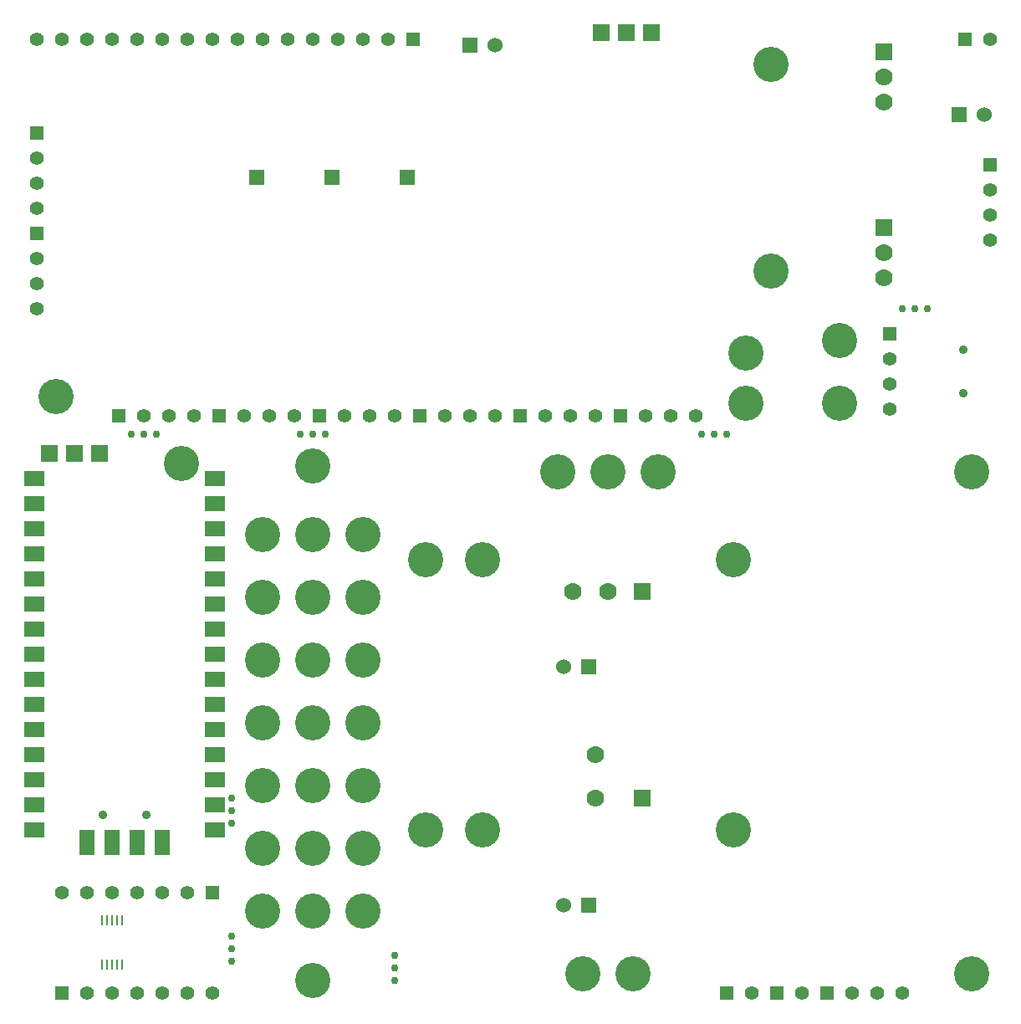
<source format=gbs>
G04 (created by PCBNEW (22-Jun-2014 BZR 4027)-stable) date Fri 03 Apr 2015 12:50:18 PM MDT*
%MOIN*%
G04 Gerber Fmt 3.4, Leading zero omitted, Abs format*
%FSLAX34Y34*%
G01*
G70*
G90*
G04 APERTURE LIST*
%ADD10C,0.00590551*%
%ADD11C,0.07*%
%ADD12R,0.07X0.07*%
%ADD13R,0.055X0.055*%
%ADD14C,0.055*%
%ADD15C,0.14*%
%ADD16R,0.0590551X0.0590551*%
%ADD17C,0.03*%
%ADD18C,0.0354*%
%ADD19R,0.06X0.06*%
%ADD20C,0.06*%
%ADD21R,0.06X0.1*%
%ADD22R,0.08X0.06*%
%ADD23R,0.0106X0.0394*%
G04 APERTURE END LIST*
G54D10*
G54D11*
X80750Y-47750D03*
X80750Y-46000D03*
G54D12*
X82627Y-47750D03*
G54D13*
X88000Y-55500D03*
G54D14*
X89000Y-55500D03*
G54D13*
X86000Y-55500D03*
G54D14*
X87000Y-55500D03*
G54D13*
X90000Y-55500D03*
G54D14*
X91000Y-55500D03*
X92000Y-55500D03*
X93000Y-55500D03*
G54D11*
X79872Y-39500D03*
X81250Y-39500D03*
G54D12*
X82627Y-39500D03*
G54D15*
X80250Y-54750D03*
X82250Y-54750D03*
X79250Y-34750D03*
X81250Y-34750D03*
X83250Y-34750D03*
G54D13*
X58500Y-21250D03*
G54D14*
X58500Y-22250D03*
X58500Y-23250D03*
X58500Y-24250D03*
G54D13*
X58500Y-25250D03*
G54D14*
X58500Y-26250D03*
X58500Y-27250D03*
X58500Y-28250D03*
G54D15*
X86750Y-32000D03*
X86750Y-30000D03*
X67500Y-52250D03*
X69500Y-52250D03*
X71500Y-52250D03*
X67500Y-49750D03*
X69500Y-49750D03*
X71500Y-49750D03*
X67500Y-47250D03*
X69500Y-47250D03*
X71500Y-47250D03*
X67500Y-44750D03*
X69500Y-44750D03*
X71500Y-44750D03*
X67500Y-42250D03*
X69500Y-42250D03*
X71500Y-42250D03*
X67500Y-37250D03*
X69500Y-37250D03*
X71500Y-37250D03*
X67500Y-39750D03*
X69500Y-39750D03*
X71500Y-39750D03*
G54D13*
X61750Y-32500D03*
G54D14*
X62750Y-32500D03*
X63750Y-32500D03*
X64750Y-32500D03*
G54D13*
X65750Y-32500D03*
G54D14*
X66750Y-32500D03*
X67750Y-32500D03*
X68750Y-32500D03*
G54D13*
X69750Y-32500D03*
G54D14*
X70750Y-32500D03*
X71750Y-32500D03*
X72750Y-32500D03*
G54D13*
X73750Y-32500D03*
G54D14*
X74750Y-32500D03*
X75750Y-32500D03*
X76750Y-32500D03*
G54D13*
X77750Y-32500D03*
G54D14*
X78750Y-32500D03*
X79750Y-32500D03*
X80750Y-32500D03*
G54D13*
X81750Y-32500D03*
G54D14*
X82750Y-32500D03*
X83750Y-32500D03*
X84750Y-32500D03*
G54D16*
X67250Y-23000D03*
G54D13*
X95500Y-17500D03*
G54D14*
X96500Y-17500D03*
G54D17*
X85000Y-33250D03*
X85500Y-33250D03*
X86000Y-33250D03*
X72750Y-55000D03*
X72750Y-54500D03*
X72750Y-54000D03*
X69000Y-33250D03*
X69500Y-33250D03*
X70000Y-33250D03*
G54D15*
X95750Y-34750D03*
G54D11*
X92250Y-20000D03*
X92250Y-19000D03*
G54D12*
X92250Y-18000D03*
G54D11*
X92250Y-27000D03*
X92250Y-26000D03*
G54D12*
X92250Y-25000D03*
G54D15*
X69500Y-34500D03*
X69500Y-55000D03*
G54D18*
X95415Y-31616D03*
X95415Y-29884D03*
G54D13*
X73500Y-17500D03*
G54D14*
X72500Y-17500D03*
X71500Y-17500D03*
X70500Y-17500D03*
X69500Y-17500D03*
X68500Y-17500D03*
X67500Y-17500D03*
X66500Y-17500D03*
X65500Y-17500D03*
X64500Y-17500D03*
X63500Y-17500D03*
X62500Y-17500D03*
X61500Y-17500D03*
X60500Y-17500D03*
X59500Y-17500D03*
X58500Y-17500D03*
G54D16*
X70250Y-23000D03*
X73250Y-23000D03*
G54D15*
X87750Y-26750D03*
X59250Y-31750D03*
X87750Y-18500D03*
G54D13*
X96500Y-22500D03*
G54D14*
X96500Y-23500D03*
X96500Y-24500D03*
X96500Y-25500D03*
G54D13*
X92500Y-29250D03*
G54D14*
X92500Y-30250D03*
X92500Y-31250D03*
X92500Y-32250D03*
G54D15*
X90500Y-29500D03*
X90500Y-32000D03*
G54D17*
X93000Y-28250D03*
X93500Y-28250D03*
X94000Y-28250D03*
G54D15*
X95750Y-54750D03*
X76250Y-49000D03*
X86250Y-49000D03*
X76250Y-38250D03*
X86250Y-38250D03*
X74000Y-38250D03*
X74000Y-49000D03*
G54D19*
X75750Y-17750D03*
G54D20*
X76750Y-17750D03*
G54D19*
X95250Y-20500D03*
G54D20*
X96250Y-20500D03*
G54D19*
X80500Y-42500D03*
G54D20*
X79500Y-42500D03*
G54D12*
X83000Y-17250D03*
X82000Y-17250D03*
X81000Y-17250D03*
G54D19*
X80500Y-52000D03*
G54D20*
X79500Y-52000D03*
G54D21*
X63500Y-49500D03*
X62500Y-49500D03*
X61500Y-49500D03*
X60500Y-49500D03*
G54D12*
X61000Y-34000D03*
X60000Y-34000D03*
X59000Y-34000D03*
G54D22*
X65600Y-45000D03*
X65600Y-46000D03*
X65600Y-47000D03*
X65600Y-48000D03*
X65600Y-49000D03*
X65600Y-40000D03*
X65600Y-41000D03*
X65600Y-42000D03*
X65600Y-43000D03*
X65600Y-44000D03*
X65600Y-35000D03*
X65600Y-36000D03*
X65600Y-37000D03*
X65600Y-38000D03*
X65600Y-39000D03*
X58400Y-39000D03*
X58400Y-38000D03*
X58400Y-37000D03*
X58400Y-36000D03*
X58400Y-35000D03*
X58400Y-44000D03*
X58400Y-43000D03*
X58400Y-42000D03*
X58400Y-41000D03*
X58400Y-40000D03*
X58400Y-49000D03*
X58400Y-48000D03*
X58400Y-47000D03*
X58400Y-46000D03*
X58400Y-45000D03*
G54D18*
X61134Y-48415D03*
X62866Y-48415D03*
G54D15*
X64250Y-34400D03*
G54D13*
X59500Y-55500D03*
G54D14*
X60500Y-55500D03*
X61500Y-55500D03*
X62500Y-55500D03*
X63500Y-55500D03*
X64500Y-55500D03*
X65500Y-55500D03*
G54D13*
X65500Y-51500D03*
G54D14*
X64500Y-51500D03*
X63500Y-51500D03*
X62500Y-51500D03*
X61500Y-51500D03*
X60500Y-51500D03*
X59500Y-51500D03*
G54D23*
X61100Y-52625D03*
X61300Y-52625D03*
X61500Y-52625D03*
X61700Y-52625D03*
X61900Y-52625D03*
X61900Y-54375D03*
X61700Y-54375D03*
X61500Y-54375D03*
X61300Y-54375D03*
X61100Y-54375D03*
G54D17*
X66250Y-54250D03*
X66250Y-53750D03*
X66250Y-53250D03*
X62250Y-33250D03*
X62750Y-33250D03*
X63250Y-33250D03*
X66250Y-48750D03*
X66250Y-48250D03*
X66250Y-47750D03*
M02*

</source>
